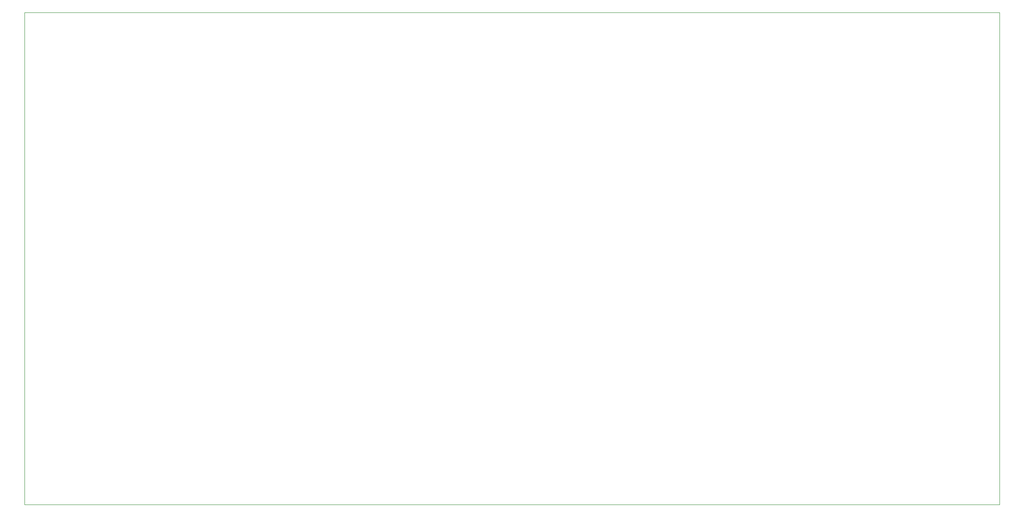
<source format=gm1>
G04 #@! TF.GenerationSoftware,KiCad,Pcbnew,5.1.5+dfsg1-2build2*
G04 #@! TF.CreationDate,2021-09-03T15:31:20+02:00*
G04 #@! TF.ProjectId,Nixie clock tubes driver,4e697869-6520-4636-9c6f-636b20747562,rev?*
G04 #@! TF.SameCoordinates,Original*
G04 #@! TF.FileFunction,Profile,NP*
%FSLAX46Y46*%
G04 Gerber Fmt 4.6, Leading zero omitted, Abs format (unit mm)*
G04 Created by KiCad (PCBNEW 5.1.5+dfsg1-2build2) date 2021-09-03 15:31:20*
%MOMM*%
%LPD*%
G04 APERTURE LIST*
%ADD10C,0.100000*%
G04 APERTURE END LIST*
D10*
X30500000Y-119750000D02*
X30500000Y-22750000D01*
X222500000Y-119750000D02*
X30500000Y-119750000D01*
X222500000Y-22750000D02*
X222500000Y-119750000D01*
X30500000Y-22750000D02*
X222500000Y-22750000D01*
M02*

</source>
